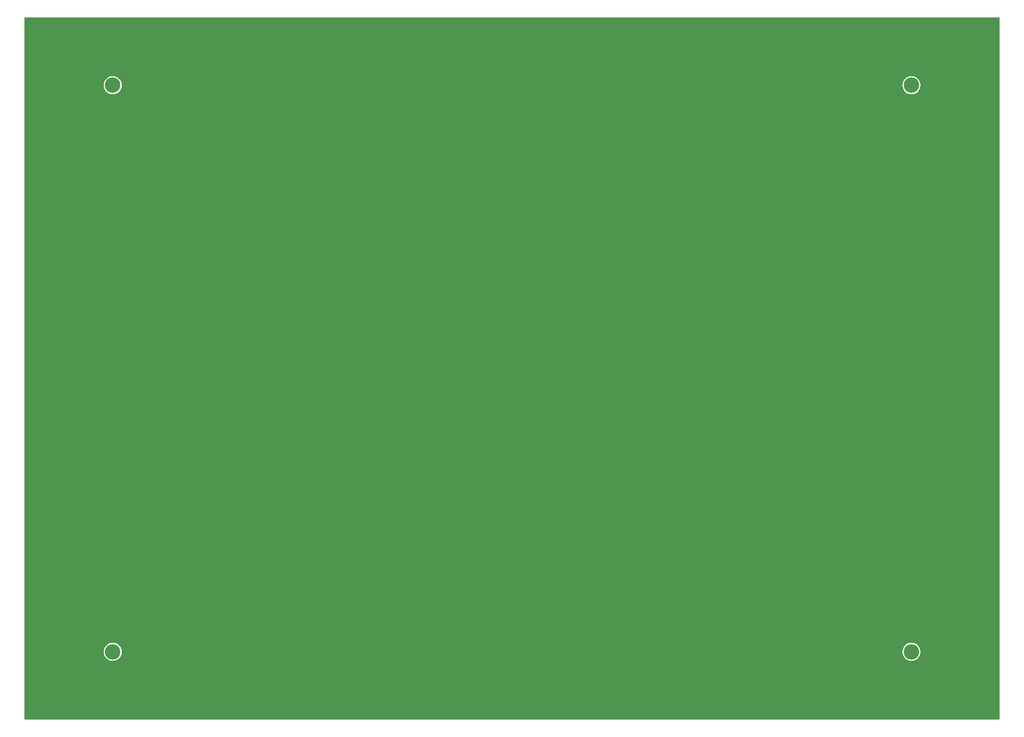
<source format=gbl>
%FSLAX25Y25*%
%MOIN*%
G70*
G01*
G75*
G04 Layer_Physical_Order=2*
G04 Layer_Color=16711680*
%ADD10R,0.03800X0.03500*%
G04:AMPARAMS|DCode=11|XSize=39.37mil|YSize=50mil|CornerRadius=0mil|HoleSize=0mil|Usage=FLASHONLY|Rotation=65.000|XOffset=0mil|YOffset=0mil|HoleType=Round|Shape=Rectangle|*
%AMROTATEDRECTD11*
4,1,4,0.01434,-0.02841,-0.03098,-0.00728,-0.01434,0.02841,0.03098,0.00728,0.01434,-0.02841,0.0*
%
%ADD11ROTATEDRECTD11*%

%ADD12R,0.04000X0.05000*%
G04:AMPARAMS|DCode=13|XSize=40mil|YSize=50mil|CornerRadius=10mil|HoleSize=0mil|Usage=FLASHONLY|Rotation=0.000|XOffset=0mil|YOffset=0mil|HoleType=Round|Shape=RoundedRectangle|*
%AMROUNDEDRECTD13*
21,1,0.04000,0.03000,0,0,0.0*
21,1,0.02000,0.05000,0,0,0.0*
1,1,0.02000,0.01000,-0.01500*
1,1,0.02000,-0.01000,-0.01500*
1,1,0.02000,-0.01000,0.01500*
1,1,0.02000,0.01000,0.01500*
%
%ADD13ROUNDEDRECTD13*%
%ADD14R,0.11811X0.19685*%
%ADD15C,0.01000*%
%ADD16C,0.03937*%
%ADD17C,0.11811*%
G36*
X746610Y1421D02*
X1421D01*
Y537949D01*
X746610D01*
Y1421D01*
D02*
G37*
%LPC*%
G36*
X68898Y60088D02*
X67544Y59955D01*
X66242Y59560D01*
X65043Y58919D01*
X63991Y58056D01*
X63128Y57005D01*
X62487Y55805D01*
X62092Y54503D01*
X61959Y53150D01*
X62092Y51796D01*
X62487Y50494D01*
X63128Y49294D01*
X63991Y48243D01*
X65043Y47380D01*
X66242Y46739D01*
X67544Y46344D01*
X68898Y46211D01*
X70251Y46344D01*
X71553Y46739D01*
X72753Y47380D01*
X73804Y48243D01*
X74667Y49294D01*
X75308Y50494D01*
X75703Y51796D01*
X75837Y53150D01*
X75703Y54503D01*
X75308Y55805D01*
X74667Y57005D01*
X73804Y58056D01*
X72753Y58919D01*
X71553Y59560D01*
X70251Y59955D01*
X68898Y60088D01*
D02*
G37*
G36*
X679134D02*
X677780Y59955D01*
X676478Y59560D01*
X675279Y58919D01*
X674227Y58056D01*
X673364Y57005D01*
X672723Y55805D01*
X672328Y54503D01*
X672195Y53150D01*
X672328Y51796D01*
X672723Y50494D01*
X673364Y49294D01*
X674227Y48243D01*
X675279Y47380D01*
X676478Y46739D01*
X677780Y46344D01*
X679134Y46211D01*
X680488Y46344D01*
X681789Y46739D01*
X682989Y47380D01*
X684040Y48243D01*
X684903Y49294D01*
X685545Y50494D01*
X685940Y51796D01*
X686073Y53150D01*
X685940Y54503D01*
X685545Y55805D01*
X684903Y57005D01*
X684040Y58056D01*
X682989Y58919D01*
X681789Y59560D01*
X680488Y59955D01*
X679134Y60088D01*
D02*
G37*
G36*
Y493159D02*
X677780Y493026D01*
X676478Y492631D01*
X675279Y491990D01*
X674227Y491127D01*
X673364Y490075D01*
X672723Y488876D01*
X672328Y487574D01*
X672195Y486221D01*
X672328Y484867D01*
X672723Y483565D01*
X673364Y482365D01*
X674227Y481314D01*
X675279Y480451D01*
X676478Y479810D01*
X677780Y479415D01*
X679134Y479282D01*
X680488Y479415D01*
X681789Y479810D01*
X682989Y480451D01*
X684040Y481314D01*
X684903Y482365D01*
X685545Y483565D01*
X685940Y484867D01*
X686073Y486221D01*
X685940Y487574D01*
X685545Y488876D01*
X684903Y490075D01*
X684040Y491127D01*
X682989Y491990D01*
X681789Y492631D01*
X680488Y493026D01*
X679134Y493159D01*
D02*
G37*
G36*
X68898D02*
X67544Y493026D01*
X66242Y492631D01*
X65043Y491990D01*
X63991Y491127D01*
X63128Y490075D01*
X62487Y488876D01*
X62092Y487574D01*
X61959Y486221D01*
X62092Y484867D01*
X62487Y483565D01*
X63128Y482365D01*
X63991Y481314D01*
X65043Y480451D01*
X66242Y479810D01*
X67544Y479415D01*
X68898Y479282D01*
X70251Y479415D01*
X71553Y479810D01*
X72753Y480451D01*
X73804Y481314D01*
X74667Y482365D01*
X75308Y483565D01*
X75703Y484867D01*
X75837Y486221D01*
X75703Y487574D01*
X75308Y488876D01*
X74667Y490075D01*
X73804Y491127D01*
X72753Y491990D01*
X71553Y492631D01*
X70251Y493026D01*
X68898Y493159D01*
D02*
G37*
%LPD*%
D17*
Y53150D02*
D03*
X679134D02*
D03*
Y486221D02*
D03*
X68898D02*
D03*
M02*

</source>
